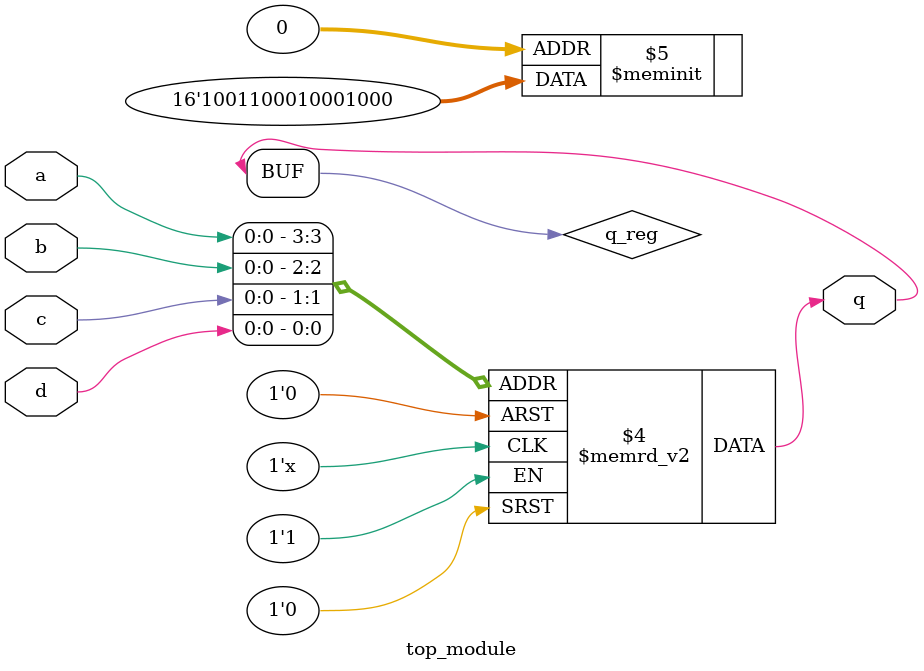
<source format=sv>
module top_module (
    input a, 
    input b, 
    input c, 
    input d,
    output q
);

    reg q_reg;

    always @(*) begin
        case ({a, b, c, d})
            4'b0001: q_reg = 0;
            4'b0010: q_reg = 0;
            4'b0011: q_reg = 1;
            4'b0100: q_reg = 0;
            4'b0101: q_reg = 0;
            4'b0110: q_reg = 0;
            4'b0111: q_reg = 1;
            4'b1000: q_reg = 0;
            4'b1001: q_reg = 0;
            4'b1010: q_reg = 0;
            4'b1011: q_reg = 1;
            4'b1100: q_reg = 1;
            4'b1101: q_reg = 0;
            4'b1110: q_reg = 0;
            4'b1111: q_reg = 1;
            default: q_reg = 0;
        endcase
    end

    assign q = q_reg;

endmodule

</source>
